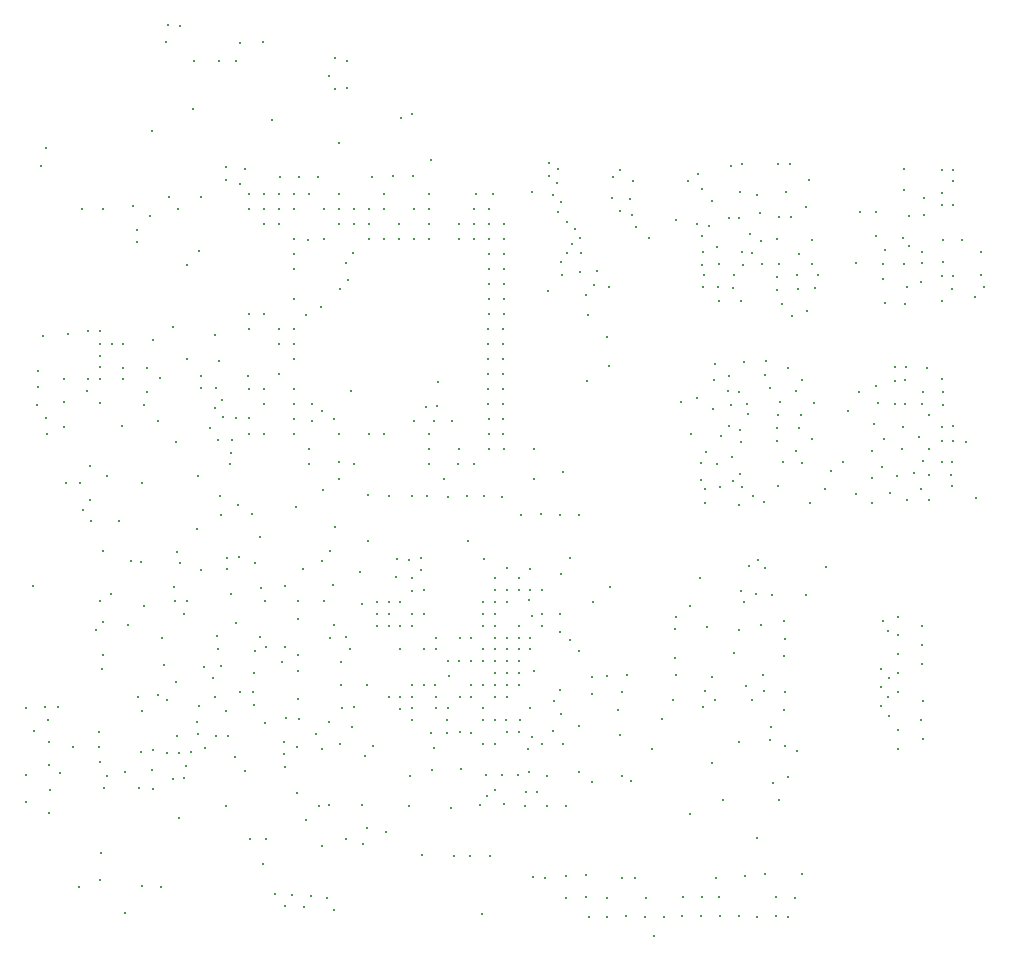
<source format=gbr>
G04 Gerber PCB Fabrication Data in Gerber  Example 2, created by Karel Tavernier, Filip Vermeire and Thomas Weyn*
G04 Ucamco copyright*
%TF.GenerationSoftware,Ucamco,UcamX,1.1.0-1400509*%
%TF.CreationDate,2014-07-14T00:00:00+01:00*%
%FSLAX25Y25*%
%MOMM*%
%TF.FileFunction,Plated,2,9,Buried,Drill*%
%TF.FilePolarity,Positive*%
%TF.Part,Single*%
%TF.SameCoordinates*%
%TA.AperFunction,ViaDrill*%
%ADD10C,0.30000*%
G01*
%LPD*%
D10*
X4279700Y2842900D03*
X2439600Y2740000D03*
X3614700Y6947900D03*
X3789700D03*
X3439700Y6942900D03*
X4429700Y4638200D03*
X2399700Y6797900D03*
X2524700Y6670200D03*
X1779700Y4697900D03*
X2284700Y7927900D03*
X1351000Y706600D03*
X2814700Y3349900D03*
X2444700Y3672900D03*
X2814700Y2894900D03*
Y3197900D03*
Y2757900D03*
X4556700Y4638200D03*
X3019700Y2102900D03*
X2364700Y7012900D03*
X2389700Y5257900D03*
X2824700Y6942900D03*
X2519700Y1127900D03*
X2429700Y2577900D03*
X1989700Y5257900D03*
X2284700Y4902900D03*
X2657000Y6943500D03*
X2319700Y6882900D03*
X1958400Y3958900D03*
X2134700Y2942900D03*
X2110800Y2541800D03*
X2204200Y7029300D03*
X2984700Y6942900D03*
X3159700Y6797200D03*
X2114700Y2207900D03*
X2199700Y6917900D03*
X3019700Y1277900D03*
X3214700Y6217900D03*
X3159700Y6672900D03*
X2448600Y2931800D03*
X2394700Y4902900D03*
X3159700Y6543200D03*
X2064700Y4812900D03*
X564700Y3482900D03*
X2287200Y3165400D03*
X3879700Y3242900D03*
X3779700Y3437900D03*
X5084700Y1618200D03*
X3879700Y3442900D03*
X3354700Y1622900D03*
X4104700Y1597900D03*
X4539700Y1882900D03*
X4734400Y1618200D03*
X3179700Y2642900D03*
X3359700Y1292900D03*
X3394700Y2642900D03*
X3269700Y2287900D03*
X3214700Y1332900D03*
X6274700Y3132900D03*
X6220000Y3545000D03*
X3779700Y3242900D03*
X4434700Y1192900D03*
X4305000Y6544700D03*
Y6671700D03*
X4320000Y6793900D03*
X4429700Y6670000D03*
Y6543000D03*
X3032700Y6670200D03*
X3540700Y6797200D03*
X7079700Y1037900D03*
X7019000Y838600D03*
X2699700Y767900D03*
X5082200Y840400D03*
X2614700Y867900D03*
X2764700Y862900D03*
X2859700Y757900D03*
X2924700Y857900D03*
X3059700Y837900D03*
X3119700Y737900D03*
X4129700Y1192700D03*
X1324700Y4832900D03*
X2164700Y5057900D03*
X2702700Y3479900D03*
X2154700Y4237900D03*
X5809700Y2102900D03*
X5538200Y2221400D03*
X3159700Y7232900D03*
X3029700Y3350400D03*
X1374700Y3152900D03*
X2139700Y7927900D03*
X992900Y4122900D03*
X4759700Y2097900D03*
X1349700Y1902900D03*
X1054700Y4207900D03*
X4679700Y2242900D03*
X1479700Y2072900D03*
X2515900Y8081700D03*
X834700Y4827900D03*
X1394700Y3692900D03*
X4879700Y3442900D03*
X3110000Y3490000D03*
X1930700Y7927900D03*
X4879700Y2142900D03*
X1845100Y1851600D03*
X844700Y4347900D03*
X5559700Y1872900D03*
X1659700Y3037900D03*
X1704700Y2062900D03*
X5594700Y2722900D03*
X4379700Y2442900D03*
X1449700Y6387900D03*
X3414700Y6667900D03*
X4479700Y3042900D03*
X574700Y2252400D03*
X4479700Y2542900D03*
Y2642900D03*
X669700Y2452900D03*
X700700Y1966900D03*
X4579700Y2542900D03*
Y2642900D03*
X699700Y2347900D03*
X4379700Y2142900D03*
X797700Y1893900D03*
X509700Y1647900D03*
X4379700Y2342900D03*
X4479700Y1747900D03*
X700700Y2156900D03*
X4779700Y2942900D03*
X4579700D03*
X1154700Y2772900D03*
X709700Y1747900D03*
X4579700Y3042900D03*
X509700Y1877900D03*
X903800Y2119000D03*
X4779700Y3042900D03*
X507900Y2445900D03*
X4479700Y2342900D03*
X700700Y1557900D03*
X1489700Y2422900D03*
X3667700Y6543200D03*
X2934700Y5022900D03*
X1294700Y4032900D03*
X1164700Y3177900D03*
X3413700Y6543200D03*
X1449700Y6492900D03*
X3179700Y2837900D03*
X4579700Y3342900D03*
X2244700Y3412900D03*
X4810700Y4384200D03*
X2904700Y6797900D03*
X1414700Y6697900D03*
X2905700Y4511200D03*
X4779700Y3620000D03*
X3579700Y4242900D03*
X4795800Y3229300D03*
X3907400Y4237900D03*
X4479700Y3542900D03*
X4579700Y3630000D03*
X3024700Y4292900D03*
X4679700Y3442900D03*
X3404700Y4247900D03*
X2905700Y4638200D03*
X5114700Y3022900D03*
X4244700Y4237900D03*
X3161400Y4532900D03*
X6939700Y2127900D03*
X4379700Y3142900D03*
Y3242900D03*
Y3342900D03*
X4679700Y3542900D03*
X4579700Y3442900D03*
X2529700Y3352900D03*
X4551600Y4770100D03*
Y4897100D03*
Y5024100D03*
X4424600D03*
X4551600Y5151100D03*
Y5278100D03*
X4424600D03*
X4551600Y5405100D03*
Y5659100D03*
X4429700Y5781000D03*
X4556700D03*
Y5908000D03*
Y6035000D03*
X4429700D03*
X4556700Y6162000D03*
Y6289000D03*
X4178000Y6544700D03*
X4932000Y5973900D03*
X4462000Y6793900D03*
X4556700Y6543000D03*
X1334700Y5327900D03*
X1764700Y3472900D03*
X2499700Y3462900D03*
X2163700Y2804000D03*
X1034700Y5227900D03*
X1584700Y5562900D03*
X1034700Y5637900D03*
X2089700Y2702900D03*
X2129700Y3052900D03*
X1132400Y5230200D03*
X1644700Y5242900D03*
X2014700Y2792900D03*
X1134700Y5637900D03*
X1234700Y5527900D03*
X1679700Y2812900D03*
X1134700Y5527900D03*
X1703100Y2515100D03*
X1334700Y5527900D03*
X1629700Y2557900D03*
X1494700Y4352900D03*
X1779700Y2665400D03*
X1334700Y5227900D03*
X5555000Y1007600D03*
X5749000Y677100D03*
X5669700Y1007900D03*
X5907700Y674900D03*
X5754700Y837900D03*
X5431400Y674700D03*
X6066400Y686200D03*
X6074700Y842900D03*
X6225200Y687400D03*
X6229400Y848200D03*
X6384000Y687100D03*
X6379700Y847900D03*
X5590200Y687400D03*
X5272700Y675900D03*
X6542700Y680900D03*
X6599700Y1027900D03*
X6701400Y679600D03*
X6764700Y1037900D03*
X6862200Y845400D03*
X2209700Y3717900D03*
X4069700Y2237900D03*
X2219700Y2207900D03*
X4974700Y2247900D03*
X3964700Y2107900D03*
X2799700Y2119400D03*
X2809700Y2522900D03*
X2179700Y4907900D03*
X1904700Y2072900D03*
X1504700Y5012900D03*
X4179700Y2242900D03*
X2131400Y4713900D03*
X2714700Y2357900D03*
X1964700Y4407900D03*
X5989700Y2512900D03*
X6319700Y1982900D03*
X4074900Y2342700D03*
X2529700Y2317900D03*
X2239700Y4507900D03*
X2824700Y2352900D03*
X4179700Y2542900D03*
X2109700Y4987900D03*
X2689700Y2157900D03*
X654700Y5591900D03*
X3679700Y3142900D03*
X605700Y5007900D03*
X834700Y5032900D03*
X4765000Y3359200D03*
X4809700Y4642900D03*
X1134700Y5027900D03*
X3579700Y2542900D03*
X779700Y2452900D03*
X679700Y4897900D03*
X1959700Y2327900D03*
X1531300Y5124500D03*
X6319700Y2707900D03*
X3671700Y2440000D03*
X1459700Y2542900D03*
X609700Y5167900D03*
X2689700Y2052900D03*
X1989700Y5157900D03*
X6259700Y2587900D03*
X3074700Y2327900D03*
X2257500Y4715700D03*
X2965900Y2226700D03*
X6339700Y2517900D03*
X6244700Y2457900D03*
X3449700Y2122900D03*
X609700Y5302900D03*
X1584700Y2092900D03*
X1574700Y1922900D03*
X1194700Y4412900D03*
X1754700Y1847900D03*
X1769700Y3352900D03*
X1804700Y2067900D03*
X1849700Y3242900D03*
X1874700Y3350400D03*
X1864700Y1957900D03*
X3939700Y2237900D03*
X5194700Y2292900D03*
X2024700Y2107900D03*
X1989700Y3617900D03*
X1629700Y4877900D03*
X3979700Y2442900D03*
X5891500Y2352800D03*
X1977100Y2462900D03*
X2199700Y2422900D03*
X2214700Y3622900D03*
X4409700Y1697900D03*
X4274700Y2237900D03*
X1484700Y3682900D03*
X3579700Y3242900D03*
X1504700Y3307900D03*
X969700Y4347900D03*
X1164700Y3777900D03*
X6929700Y2427900D03*
X6814700Y2282900D03*
X6659700Y2517900D03*
X979700Y6672900D03*
X6830000Y1808200D03*
X6964700Y677900D03*
X5429700Y2712900D03*
X5249700Y842900D03*
Y1032900D03*
X4979700Y2502900D03*
X5554700Y2577900D03*
X5431400Y839600D03*
X3779700Y2342900D03*
X7284700Y3637900D03*
X3679700Y2942900D03*
X4799700Y1012900D03*
X5519700Y2432900D03*
X6745900Y2726700D03*
X6933500Y3031700D03*
X4551600Y5532100D03*
X4556700Y6416000D03*
X4424600Y5532100D03*
X4792000Y6813900D03*
X6694700Y1342900D03*
X3579700Y3142900D03*
X4269700Y1192900D03*
X1059700Y4032900D03*
X4679700Y3142900D03*
X3921700Y6543200D03*
X3579700Y3342900D03*
X4904700Y1007900D03*
X1789700Y2207900D03*
Y3767900D03*
X4794700Y2202900D03*
X1132400Y5330200D03*
X1964700Y2227900D03*
X1584700Y1762900D03*
X3794700Y6670200D03*
X3019700Y4957900D03*
X3014700Y3687900D03*
X2200200Y1618400D03*
X2314700Y3722900D03*
X3779700Y2642900D03*
X3084700Y3777900D03*
X3649700Y3707900D03*
X2794700Y4147900D03*
X4571900Y2345600D03*
X3779700Y2442900D03*
Y3142900D03*
X4479700D03*
X3864700Y1202900D03*
X4079700Y2442900D03*
X7167100Y4721700D03*
X8433800Y6407200D03*
X8471200Y4701200D03*
X7166900Y6408000D03*
X1557900Y6611200D03*
X1694700Y8082900D03*
X1751400Y5669600D03*
X2651700Y5527200D03*
X2397700Y5654200D03*
X2144700Y5387900D03*
X2779700Y5527900D03*
X3125000Y7947900D03*
X2524700Y5781200D03*
X3075000Y7797600D03*
X2397700Y5781200D03*
X2649700Y5652900D03*
X3124700Y7687900D03*
X1714700Y8232900D03*
X1716700Y6770900D03*
X2651700Y6670200D03*
X1164700Y6672900D03*
X2778700Y6797200D03*
X2651700Y6543200D03*
X2397700Y6670200D03*
X1814700Y8217900D03*
X1799700Y6670200D03*
X2524700Y6797200D03*
X2651700D03*
X2778700Y6670200D03*
X3934700Y7087900D03*
X4679700Y2942900D03*
X1139700Y3349900D03*
X4679700Y3042900D03*
X1229700Y3414900D03*
X2539700Y2962900D03*
X4679700Y2842900D03*
X1494400Y938200D03*
X1649700Y932900D03*
X2109700Y5602900D03*
X1869700Y5397900D03*
X2649700Y5273200D03*
X2524700Y6543200D03*
X3921700Y6800900D03*
X1809700Y3672900D03*
X674700Y7187900D03*
X2489700Y3047900D03*
X4479700Y2942900D03*
X3284700Y4512900D03*
X4383700Y4238900D03*
X4879700Y3142900D03*
X2524700Y5019200D03*
X3679700Y3342900D03*
X2397700Y4765200D03*
X4479700Y3242900D03*
X4879700D03*
X4079700Y4232900D03*
X3159700Y4384200D03*
X2524700Y4765200D03*
X4479700Y3342900D03*
X2778700Y5019200D03*
X3774700Y4242900D03*
X4779700Y3442900D03*
X3126400Y3974600D03*
X4739700Y1732900D03*
X4694700Y2347900D03*
X2802700Y1724900D03*
X6641900Y6461400D03*
X6557000Y4798900D03*
X7937000Y4823900D03*
X5206900Y6302000D03*
X7932000Y6428900D03*
X7987000Y6614600D03*
X5160800Y6498300D03*
X6546900Y6593900D03*
X6623800Y4931600D03*
X7471900Y4963900D03*
X8262000Y4525200D03*
X6921900Y4528900D03*
X6267000Y4613900D03*
X7670600Y4625200D03*
X8101900Y4538000D03*
X6557000Y4423900D03*
X7425000Y4525000D03*
X6227000Y4523900D03*
X6568200Y4318800D03*
X8024200Y4439300D03*
X6221800Y4377400D03*
X7670600Y4395500D03*
X6996900Y5763900D03*
X8621900Y6007100D03*
X7191900Y5998900D03*
X6666900Y4243900D03*
X8085000Y4303000D03*
X6871900Y5983900D03*
X8591900Y6108700D03*
X7217200Y6109300D03*
X6866900Y6093900D03*
X8266600Y6107400D03*
X7162000Y6208000D03*
X8095000Y6210000D03*
X6741900Y6208900D03*
X8591900Y6305500D03*
X7052400Y6293900D03*
X6242000Y6304300D03*
X7941900Y6203900D03*
X6582000Y6193900D03*
X6230800Y6193500D03*
X7540000Y6210000D03*
X6242000Y6013900D03*
X7535000Y4255000D03*
X6258400Y4298900D03*
X6252000Y6111200D03*
X8087000Y6053900D03*
X6492000Y6004800D03*
X5196900Y6138900D03*
X5046900Y6108900D03*
X6874800Y4325200D03*
X8151900Y4418900D03*
X2324700Y8072900D03*
X1989700Y6772900D03*
X6189100Y5071000D03*
X7709900Y6642100D03*
X5092000Y6558900D03*
X7721800Y5025400D03*
X5202000Y6423900D03*
X6326900Y4978900D03*
X6462000Y6593900D03*
X6864600Y4820800D03*
X8266900Y4823900D03*
X6291900Y6528900D03*
X5321900Y6023900D03*
X8112000Y6618900D03*
X5246900Y5943900D03*
X6887000Y6604000D03*
X6878800Y4930900D03*
X8151900Y4925200D03*
X6141900Y4763900D03*
X8362000Y4832400D03*
X7051900Y4813900D03*
X6193000Y6547500D03*
X5344700Y6147900D03*
X7701900Y6438900D03*
X6237000Y6446300D03*
X6462000Y4834900D03*
X7685100Y4847400D03*
X5131900Y6373900D03*
X5017500Y6649200D03*
X7953600Y5024000D03*
X6612700Y5021900D03*
X6476900Y5013900D03*
X5042000Y6730600D03*
X7868600Y5022800D03*
X6316900Y6735200D03*
X8271900Y5010100D03*
X8268700Y6705600D03*
X6721900Y6633900D03*
X5537000Y6653900D03*
X6890800Y5039700D03*
X6946900Y6818900D03*
X8267900Y6808000D03*
X5627000Y6758900D03*
X7026900Y5128900D03*
X8112000Y6763900D03*
X8101900Y5125200D03*
X6807000Y5153900D03*
X5471900Y6763900D03*
X6701900Y6788900D03*
X8356000Y6908000D03*
X7141900Y6913900D03*
X5646900Y6903900D03*
X7082000Y5225200D03*
X8266900Y5233900D03*
X6766900Y5268900D03*
X5477000Y6943900D03*
X6957000Y5325200D03*
X8357000Y7003900D03*
X6982000Y7053900D03*
X5537800Y7003900D03*
X7868600Y5334000D03*
X6346900Y5358900D03*
X4937000Y7058900D03*
X6476900Y7033800D03*
X7954400Y5220000D03*
X5012000Y7008900D03*
X6463300Y5258900D03*
X6331900Y5225200D03*
X7869400Y5217000D03*
X6116900Y6908800D03*
X4937000Y6953900D03*
X6986700Y6605300D03*
X5671900Y6518900D03*
X5787000Y6428900D03*
X7066900Y4928900D03*
X5637000Y6623900D03*
X7116900Y6688900D03*
X7182000Y5025200D03*
X8357900Y6708000D03*
X7701900Y5173900D03*
X6457000Y5133900D03*
X4971900Y6785600D03*
X6237000Y6843900D03*
X6541900Y5122700D03*
X8091900Y5019200D03*
X5007000Y6893900D03*
X6554200Y6813600D03*
X7946900Y6828900D03*
X5309700Y3342900D03*
X3750000Y1618200D03*
X4049700Y4387900D03*
X3479700Y3342900D03*
X3394700Y1429900D03*
X4298700Y4507900D03*
X3334700Y3595000D03*
X4349700Y1627900D03*
X3114700Y3147900D03*
X3259700Y5132900D03*
X2989700Y1617900D03*
X4699700Y4082900D03*
X3554700Y1395400D03*
X3355000Y3325000D03*
X4542400Y4235200D03*
X3479700Y3242900D03*
X2524700Y5142900D03*
X4579700Y2742900D03*
X3899700Y4997900D03*
X2397700Y5146200D03*
X3989700Y5002900D03*
X4579700Y2842900D03*
X3854700Y3712900D03*
X4479700Y2742900D03*
X1869700Y6192900D03*
X3171900Y5997900D03*
X1974700Y6317900D03*
X3234700Y6072900D03*
X4479700Y2142900D03*
X639700Y7037900D03*
X2589700Y7422900D03*
X3684700Y7442900D03*
X3921700Y6670200D03*
X7034700Y2082900D03*
X6710000Y3697600D03*
X5450000Y3470000D03*
X6769700Y3627900D03*
X6829700Y3402900D03*
X6754700Y2587900D03*
X6412200Y1665400D03*
X6933500Y2584100D03*
X6884700Y1667900D03*
X6605700Y2631500D03*
X6734700Y3152900D03*
X6504700Y2907900D03*
X6928500Y2884100D03*
X6930900Y3184100D03*
X6544700Y3107900D03*
X6129700Y1547900D03*
X6860200Y687400D03*
X6804700Y2177900D03*
X6544700Y2157900D03*
X6564700Y3432900D03*
X6134700Y3312900D03*
X5634700Y1827900D03*
X6354700Y1007900D03*
X6630000Y3647900D03*
X3645000Y3555000D03*
X5829700Y512900D03*
X6689700Y3412900D03*
X7110000Y3403200D03*
X6584700Y3342900D03*
X2704700Y1942900D03*
X4774700Y2442900D03*
X4834700Y1737900D03*
X2274700Y2027900D03*
X2439700Y2467900D03*
X4679700Y2642900D03*
X2359700Y1912900D03*
X2319900Y2578400D03*
X4679700Y2742900D03*
X2674700Y2832900D03*
X4479700Y2842900D03*
X4379700D03*
X2704700Y2963900D03*
X7751800Y2780000D03*
X7891800Y2740000D03*
X8092600Y2820000D03*
X7812600Y2700000D03*
X8104700Y2502100D03*
X7891800Y2580000D03*
X7752600Y2620000D03*
X7807600Y2540000D03*
X7747600Y2460000D03*
X7812600Y2380000D03*
X7891800Y2100000D03*
X8104700Y2185000D03*
X7891800Y2260000D03*
X8084700Y2342100D03*
X7891800Y2900000D03*
X8094700Y2982100D03*
X7891800Y3060000D03*
X8099700Y3142100D03*
X7891800Y3220000D03*
X7762600Y3180000D03*
X7807600Y3100000D03*
X8096900Y6305500D03*
X6656800Y6298600D03*
X5037000Y6220900D03*
X5267000Y5771800D03*
X8155200Y4638900D03*
X7926900D03*
X6487000Y4573900D03*
X5262000Y5213900D03*
X7982000Y6353900D03*
X6732000Y6399000D03*
X5092000Y6298900D03*
X8268400Y4708200D03*
X6866800Y4709100D03*
X6562200Y4701100D03*
X8066900Y4743900D03*
X1169700Y1772900D03*
X1194700Y1867900D03*
X3779700Y2542900D03*
X4169700Y4511200D03*
X3679700Y2542900D03*
X4175700Y4638200D03*
X5299700Y2562900D03*
X3922600Y4509400D03*
X3249700Y2942900D03*
X3074700Y1622900D03*
X4554700Y1633400D03*
X3169400Y2139900D03*
X3919700Y4637900D03*
X3004700Y5844700D03*
X3225000Y7692900D03*
X3286700Y6543200D03*
X3774700Y7472900D03*
X1579700Y7332900D03*
X2879700Y5777200D03*
X3229700Y7927900D03*
X1164700Y2892900D03*
X5304700Y2707900D03*
X1464700Y1767900D03*
X4924500Y1618200D03*
X684700Y4767900D03*
X4924500Y1872900D03*
X5304700Y1822900D03*
X2879700Y1497900D03*
X2244700Y4607900D03*
X3779700Y3542900D03*
X4579700Y2239100D03*
X2852800Y3624000D03*
X2114700Y5157900D03*
X5189700Y4082900D03*
X4869700Y4092900D03*
X5029700Y4082900D03*
X1134700Y987900D03*
X3160100Y4762700D03*
X3794700Y4877900D03*
X4114700Y4872900D03*
X2779700Y5147900D03*
Y5652900D03*
Y5402900D03*
X2894800Y6405400D03*
X3274700Y6297900D03*
X3539700Y6417900D03*
X3667700Y6415900D03*
X6262000Y4183900D03*
X6546900Y4168900D03*
X7271900Y4298900D03*
X7670000Y4180000D03*
X7970000Y4210000D03*
X6496400Y4364300D03*
X7082000Y4523900D03*
X7880000Y4410000D03*
X8350000Y4525200D03*
Y4325200D03*
X6396900Y4748300D03*
X7776900Y4723900D03*
X4429700Y4892900D03*
X5034700Y2597900D03*
Y3092900D03*
X3184700Y2447900D03*
X4424600Y5151100D03*
X3219700Y3047900D03*
X3749700Y3702900D03*
X4383700Y3706900D03*
X6591900Y5378900D03*
X7956000Y5330000D03*
X4424600Y5405100D03*
Y5659100D03*
X4429700Y5908000D03*
X6376000Y5894400D03*
X6565000Y5892400D03*
X7782000Y5878900D03*
X7951900Y5863900D03*
X4429700Y6162000D03*
X6571900Y6303900D03*
X6501900Y6113300D03*
X7046900Y5993900D03*
X7764100Y6080700D03*
X8351900Y5993900D03*
X3794700Y6417900D03*
X3919700D03*
X4174700D03*
X4429700Y6416000D03*
Y6289000D03*
X6356900Y6350900D03*
X6884400Y6203800D03*
X7782000Y6323900D03*
X8271900Y6223900D03*
X6571900Y7053900D03*
X7946900Y7013900D03*
X4404700Y1882900D03*
X3949700Y1922900D03*
X1919700Y7517900D03*
X954700Y932900D03*
X2539700Y1337900D03*
X1131700Y1984900D03*
X1124700Y2244900D03*
Y2112900D03*
X3079700Y3042900D03*
X4769700Y1907900D03*
X6964700Y1857900D03*
X3379700Y2042900D03*
X4189700Y1932900D03*
X5054700Y2142900D03*
X3979700Y2942900D03*
X4179700Y3042900D03*
X4175000Y2842400D03*
X4274900Y2643000D03*
X4089200Y2714200D03*
X4080000Y2842900D03*
X3974700Y2642900D03*
X4810000Y2760000D03*
X6004700Y2867900D03*
X1104700Y3107900D03*
X6004700Y3112900D03*
X3405900Y3859100D03*
X4254700Y3857900D03*
X5039700Y3582900D03*
X2304700Y4167900D03*
X6387800Y4316100D03*
X6762000Y4188900D03*
X7150000Y4180000D03*
X7825000Y4270000D03*
X8155000Y4210000D03*
X8550000Y4225200D03*
X6362000Y4508900D03*
X7321900Y4450200D03*
X7760000Y4485000D03*
X8337100Y4419100D03*
X2779700Y4767900D03*
X4429700D03*
X7032000Y4623900D03*
X8357000Y4708900D03*
X6051900Y5038900D03*
X7562000Y5118900D03*
X834700Y5227900D03*
X5446900Y5343900D03*
Y6008900D03*
X5431900Y5583900D03*
X6776900Y5383900D03*
X8137000Y5325200D03*
X8271900Y5123900D03*
X6908500Y5865500D03*
X7121900Y5808900D03*
X8268700Y5892800D03*
X6366900Y6008900D03*
X7039500Y6109200D03*
X7967900Y6014300D03*
X8360200Y6103200D03*
X8541900Y5923900D03*
X2779700Y6412900D03*
X4304700D03*
X6374400Y6208900D03*
X6871900Y6413900D03*
X7762000Y6208900D03*
X8271900Y6408900D03*
X3286700Y6670200D03*
X3540700D03*
X6016900Y6578900D03*
X7571900Y6643900D03*
X6876900Y7048900D03*
X8268700Y7004000D03*
X4370600Y703800D03*
X5082200Y1025400D03*
X1145200Y1222400D03*
X2404700Y1332900D03*
X1804700Y1517900D03*
X3759700Y1873200D03*
X4674700Y1882900D03*
X5193700Y1903900D03*
X3289700Y2450500D03*
X5042400Y2392200D03*
X3874900Y2642700D03*
X3979700Y2542900D03*
X3879700Y2942900D03*
X3979700Y3042900D03*
X4379700Y2642900D03*
X4279700Y2542900D03*
Y3042900D03*
X4379700Y2942900D03*
X5190000Y2931600D03*
X6009700Y2722900D03*
X3479700Y3142900D03*
X5034700Y3242900D03*
X6016800Y3220000D03*
X4479700Y3442900D03*
X3854700Y3617900D03*
X5114700Y3717900D03*
X2489700Y3892900D03*
X2419700Y4087900D03*
X2158500Y4081700D03*
X1049700Y4492900D03*
X5058700Y4446900D03*
X3539700Y4767900D03*
X3409700Y4762900D03*
X3924700Y4763900D03*
X2778700Y4892200D03*
X2934700Y4872900D03*
X3114700Y4890000D03*
X3959700Y4872900D03*
X1029700Y5127900D03*
X1534900Y5328100D03*
X3999700Y5202900D03*
X863200Y5616400D03*
X1134700Y5427900D03*
X2778700Y5908200D03*
Y6162200D03*
Y6289200D03*
X3032700Y6416200D03*
X3414700Y6417900D03*
X6198600Y6965900D03*
M02*
</source>
